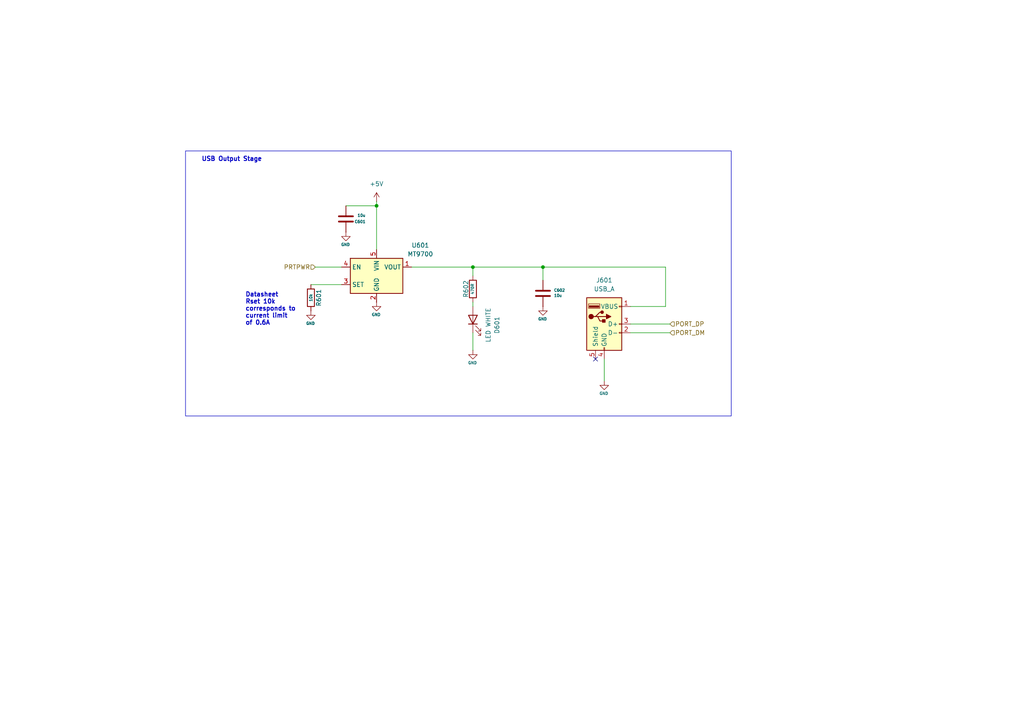
<source format=kicad_sch>
(kicad_sch (version 20231120) (generator "eeschema") (generator_version "8.0")
  (paper "A4")
  (title_block (title "Octoprobe octohub") (date "2024-05-22") (rev "0.1") (company "Hans Märki, Märki Informatik") (comment 1 "The MIT License (MIT)"))
  (lib_symbols
    (symbol "00_project_library:C" (pin_numbers hide) (pin_names (offset 0.254))
      (property "Reference" "C" (at 0.635 2.54 0))
      (property "Value" "C" (at 0.635 -2.54 0))
      (symbol "C_0_1"
        (polyline (pts (xy -2.032 -0.762) (xy 2.032 -0.762)) (stroke (width 0.508)))
        (polyline (pts (xy -2.032 0.762) (xy 2.032 0.762)) (stroke (width 0.508)))
      )
      (symbol "C_1_1"
        (pin passive line (at 0 3.81 270) (length 2.794) (name "~") (number "1"))
        (pin passive line (at 0 -3.81 90) (length 2.794) (name "~") (number "2"))
      )
    )
    (symbol "00_project_library:LED WHITE" (pin_numbers hide) (pin_names (offset 1.016) hide)
      (property "Reference" "D" (at 0 2.54 0))
      (property "Value" "LED WHITE" (at 0 -2.54 0))
      (symbol "LED WHITE_0_1"
        (polyline (pts (xy -1.27 -1.27) (xy -1.27 1.27)) (stroke (width 0.254)))
        (polyline (pts (xy -1.27 0) (xy 1.27 0)))
        (polyline (pts (xy 1.27 -1.27) (xy 1.27 1.27) (xy -1.27 0) (xy 1.27 -1.27)) (stroke (width 0.254)))
        (polyline (pts (xy -3.048 -0.762) (xy -4.572 -2.286) (xy -3.81 -2.286) (xy -4.572 -2.286) (xy -4.572 -1.524)))
        (polyline (pts (xy -1.778 -0.762) (xy -3.302 -2.286) (xy -2.54 -2.286) (xy -3.302 -2.286) (xy -3.302 -1.524)))
      )
      (symbol "LED WHITE_1_1"
        (pin passive line (at -3.81 0 0) (length 2.54) (name "K") (number "1"))
        (pin passive line (at 3.81 0 180) (length 2.54) (name "A") (number "2"))
      )
    )
    (symbol "00_project_library:MT9700"
      (property "Reference" "U" (at -7.62 6.35 0))
      (property "Value" "MT9700" (at 1.27 6.35 0))
      (symbol "MT9700_0_1"
        (rectangle (start -7.62 5.08) (end 7.62 -5.08) (stroke (width 0.254)) (fill (type background)))
      )
      (symbol "MT9700_1_1"
        (pin power_out line (at 10.16 2.54 180) (length 2.54) (name "VOUT") (number "1"))
        (pin power_in line (at 0 -7.62 90) (length 2.54) (name "GND") (number "2"))
        (pin input line (at -10.16 -2.54 0) (length 2.54) (name "SET") (number "3"))
        (pin input line (at -10.16 2.54 0) (length 2.54) (name "EN") (number "4"))
        (pin power_in line (at 0 7.62 270) (length 2.54) (name "VIN") (number "5"))
      )
    )
    (symbol "Connector:USB_A" (pin_names (offset 1.016))
      (property "Reference" "J" (at -5.08 11.43 0))
      (property "Value" "USB_A" (at -5.08 8.89 0))
      (symbol "USB_A_0_1"
        (rectangle (start -5.08 -7.62) (end 5.08 7.62) (stroke (width 0.254)) (fill (type background)))
        (circle (center -3.81 2.159) (radius 0.635) (stroke (width 0.254)) (fill (type outline)))
        (rectangle (start -1.524 4.826) (end -4.318 5.334) (fill (type outline)))
        (rectangle (start -1.27 4.572) (end -4.572 5.842))
        (circle (center -0.635 3.429) (radius 0.381) (stroke (width 0.254)) (fill (type outline)))
        (rectangle (start -0.127 -7.62) (end 0.127 -6.858))
        (polyline (pts (xy -3.175 2.159) (xy -2.54 2.159) (xy -1.27 3.429) (xy -0.635 3.429)) (stroke (width 0.254)))
        (polyline (pts (xy -2.54 2.159) (xy -1.905 2.159) (xy -1.27 0.889) (xy 0 0.889)) (stroke (width 0.254)))
        (polyline (pts (xy 0.635 2.794) (xy 0.635 1.524) (xy 1.905 2.159) (xy 0.635 2.794)) (stroke (width 0.254)) (fill (type outline)))
        (rectangle (start 0.254 1.27) (end -0.508 0.508) (stroke (width 0.254)) (fill (type outline)))
        (rectangle (start 5.08 -2.667) (end 4.318 -2.413))
        (rectangle (start 5.08 -0.127) (end 4.318 0.127))
        (rectangle (start 5.08 4.953) (end 4.318 5.207))
      )
      (symbol "USB_A_1_1"
        (polyline (pts (xy -1.905 2.159) (xy 0.635 2.159)) (stroke (width 0.254)))
        (pin power_in line (at 7.62 5.08 180) (length 2.54) (name "VBUS") (number "1"))
        (pin bidirectional line (at 7.62 -2.54 180) (length 2.54) (name "D-") (number "2"))
        (pin bidirectional line (at 7.62 0 180) (length 2.54) (name "D+") (number "3"))
        (pin power_in line (at 0 -10.16 90) (length 2.54) (name "GND") (number "4"))
        (pin passive line (at -2.54 -10.16 90) (length 2.54) (name "Shield") (number "5"))
      )
    )
    (symbol "Device:R" (pin_numbers hide) (pin_names (offset 0))
      (property "Reference" "R" (at 2.032 0 90))
      (property "Value" "R" (at 0 0 90))
      (symbol "R_0_1"
        (rectangle (start -1.016 -2.54) (end 1.016 2.54) (stroke (width 0.254)))
      )
      (symbol "R_1_1"
        (pin passive line (at 0 3.81 270) (length 1.27) (name "~") (number "1"))
        (pin passive line (at 0 -3.81 90) (length 1.27) (name "~") (number "2"))
      )
    )
    (symbol "power:+5V" (power) (pin_numbers hide) (pin_names (offset 0) hide)
      (property "Value" "+5V" (at 0 3.556 0))
      (symbol "+5V_0_1"
        (polyline (pts (xy -0.762 1.27) (xy 0 2.54)))
        (polyline (pts (xy 0 0) (xy 0 2.54)))
        (polyline (pts (xy 0 2.54) (xy 0.762 1.27)))
      )
      (symbol "+5V_1_1"
        (pin power_in line (at 0 0 90) (length 0) (name "~") (number "1"))
      )
    )
    (symbol "power:GND" (power) (pin_numbers hide) (pin_names (offset 0) hide)
      (property "Value" "GND" (at 0 -3.81 0))
      (symbol "GND_0_1"
        (polyline (pts (xy 0 0) (xy 0 -1.27) (xy 1.27 -1.27) (xy 0 -2.54) (xy -1.27 -1.27) (xy 0 -1.27)))
      )
      (symbol "GND_1_1"
        (pin power_in line (at 0 0 270) (length 0) (name "~") (number "1"))
      )
    )
  )
  (junction (at 137.16 77.47))
  (junction (at 157.48 77.47))
  (junction (at 109.22 59.69))
  (no_connect (at 172.72 104.14))
  (wire (pts (xy 157.48 81.28) (xy 157.48 77.47)))
  (wire (pts (xy 157.48 77.47) (xy 193.04 77.47)))
  (wire (pts (xy 182.88 93.98) (xy 194.31 93.98)))
  (wire (pts (xy 91.44 77.47) (xy 99.06 77.47)))
  (wire (pts (xy 175.26 110.49) (xy 175.26 104.14)))
  (wire (pts (xy 109.22 59.69) (xy 109.22 72.39)))
  (wire (pts (xy 137.16 77.47) (xy 157.48 77.47)))
  (wire (pts (xy 193.04 77.47) (xy 193.04 88.9)))
  (wire (pts (xy 90.17 82.55) (xy 99.06 82.55)))
  (wire (pts (xy 193.04 88.9) (xy 182.88 88.9)))
  (wire (pts (xy 119.38 77.47) (xy 137.16 77.47)))
  (wire (pts (xy 137.16 88.9) (xy 137.16 87.63)))
  (wire (pts (xy 109.22 58.42) (xy 109.22 59.69)))
  (wire (pts (xy 100.33 59.69) (xy 109.22 59.69)))
  (wire (pts (xy 182.88 96.52) (xy 194.31 96.52)))
  (wire (pts (xy 137.16 101.6) (xy 137.16 96.52)))
  (wire (pts (xy 137.16 77.47) (xy 137.16 80.01)))
  (rectangle (start 53.8105 43.777) (end 212.09 120.65))
  (text "USB Output Stage" (at 58.42 46.99 0) (effects (font (size 1.27 1.27) (thickness 0.254) (bold yes)) (justify left bottom)))
  (text "Datasheet\nRset 10k\ncorresponds to\ncurrent limit\nof 0.6A" (at 71.12 94.488 0) (effects (font (size 1.27 1.27) (thickness 0.254) (bold yes)) (justify left bottom)))
  (hierarchical_label "PORT_DM" (shape input) (at 194.31 96.52 0))
  (hierarchical_label "PORT_DP" (shape input) (at 194.31 93.98 0))
  (hierarchical_label "PRTPWR" (shape input) (at 91.44 77.47 180))
  (symbol (lib_id "00_project_library:LED WHITE") (at 137.16 92.71 90) (unit 1)
    (property "Reference" "D601" (at 144.145 94.2975 0))
    (property "Value" "LED WHITE" (at 141.605 94.2975 0))
    (property "Footprint" "00_project_library:LED_0603_1608Metric" (effects (hide yes)))
    (property "JLC" "C2290" (effects (hide yes)))
    (instances (project "pcb_octohub" (path "" (reference "D601") (unit 1)) (path "" (reference "D501") (unit 1)) (path "" (reference "D701") (unit 1)) (path "" (reference "D801") (unit 1)) (path "" (reference "D1101") (unit 1)) (path "" (reference "D1201") (unit 1)) (path "" (reference "D1301") (unit 1)) (path "" (reference "D1401") (unit 1)) (path "" (reference "D1701") (unit 1)) (path "" (reference "D1801") (unit 1)) (path "" (reference "D1901") (unit 1)) (path "" (reference "D2001") (unit 1)) (path "" (reference "D2301") (unit 1)) (path "" (reference "D2401") (unit 1)) (path "" (reference "D2501") (unit 1)) (path "" (reference "D2601") (unit 1))))
  )
  (symbol (lib_id "power:GND") (at 175.26 110.49 0) (unit 1)
    (property "Reference" "#PWR0607" (effects (hide yes)))
    (property "Value" "GND" (at 175.133 114.1222 0) (effects (font (size 0.8 0.8))))
    (property "Description" "Power symbol creates a global label with name \"GND\" , ground" (effects (hide yes)))
    (instances (project "pcb_octohub" (path "" (reference "#PWR0607") (unit 1)) (path "" (reference "#PWR0507") (unit 1)) (path "" (reference "#PWR0707") (unit 1)) (path "" (reference "#PWR0807") (unit 1)) (path "" (reference "#PWR01107") (unit 1)) (path "" (reference "#PWR01207") (unit 1)) (path "" (reference "#PWR01307") (unit 1)) (path "" (reference "#PWR01407") (unit 1)) (path "" (reference "#PWR01707") (unit 1)) (path "" (reference "#PWR01807") (unit 1)) (path "" (reference "#PWR01907") (unit 1)) (path "" (reference "#PWR02007") (unit 1)) (path "" (reference "#PWR02307") (unit 1)) (path "" (reference "#PWR02407") (unit 1)) (path "" (reference "#PWR02507") (unit 1)) (path "" (reference "#PWR02607") (unit 1))))
  )
  (symbol (lib_id "Connector:USB_A") (at 175.26 93.98 0) (unit 1)
    (property "Reference" "J601" (at 175.26 81.28 0))
    (property "Value" "USB_A" (at 175.26 83.82 0))
    (property "Footprint" "Connector_USB:USB_A_Molex_105057_Vertical" (effects (hide yes)))
    (property "Datasheet" "https://wmsc.lcsc.com/wmsc/upload/file/pdf/v2/lcsc/2401171543_SHOU-HAN-AF-180-ZJB13-7_C456015.pdf" (effects (hide yes)))
    (property "Description" "USB Type A connector" (effects (hide yes)))
    (property "JLC" "C456015" (effects (hide yes)))
    (instances (project "pcb_octohub" (path "" (reference "J601") (unit 1)) (path "" (reference "J501") (unit 1)) (path "" (reference "J701") (unit 1)) (path "" (reference "J801") (unit 1)) (path "" (reference "J1101") (unit 1)) (path "" (reference "J1201") (unit 1)) (path "" (reference "J1301") (unit 1)) (path "" (reference "J1401") (unit 1)) (path "" (reference "J1701") (unit 1)) (path "" (reference "J1801") (unit 1)) (path "" (reference "J1901") (unit 1)) (path "" (reference "J2001") (unit 1)) (path "" (reference "J2301") (unit 1)) (path "" (reference "J2401") (unit 1)) (path "" (reference "J2501") (unit 1)) (path "" (reference "J2601") (unit 1))))
  )
  (symbol (lib_id "power:GND") (at 90.17 90.17 0) (unit 1)
    (property "Reference" "#PWR0601" (effects (hide yes)))
    (property "Value" "GND" (at 90.043 93.8022 0) (effects (font (size 0.8 0.8))))
    (property "Description" "Power symbol creates a global label with name \"GND\" , ground" (effects (hide yes)))
    (instances (project "pcb_octohub" (path "" (reference "#PWR0601") (unit 1)) (path "" (reference "#PWR0501") (unit 1)) (path "" (reference "#PWR0701") (unit 1)) (path "" (reference "#PWR0801") (unit 1)) (path "" (reference "#PWR01101") (unit 1)) (path "" (reference "#PWR01201") (unit 1)) (path "" (reference "#PWR01301") (unit 1)) (path "" (reference "#PWR01401") (unit 1)) (path "" (reference "#PWR01701") (unit 1)) (path "" (reference "#PWR01801") (unit 1)) (path "" (reference "#PWR01901") (unit 1)) (path "" (reference "#PWR02001") (unit 1)) (path "" (reference "#PWR02301") (unit 1)) (path "" (reference "#PWR02401") (unit 1)) (path "" (reference "#PWR02501") (unit 1)) (path "" (reference "#PWR02601") (unit 1))))
  )
  (symbol (lib_id "00_project_library:C") (at 100.33 63.5 180) (unit 1)
    (property "Reference" "C601" (at 106.045 64.2874 0) (effects (font (size 0.8 0.8)) (justify left)))
    (property "Value" "10u" (at 106.045 62.484 0) (effects (font (size 0.8 0.8)) (justify left)))
    (property "Footprint" "Capacitor_SMD:C_0603_1608Metric" (effects (hide yes)))
    (instances (project "pcb_octohub" (path "" (reference "C601") (unit 1)) (path "" (reference "C501") (unit 1)) (path "" (reference "C701") (unit 1)) (path "" (reference "C801") (unit 1)) (path "" (reference "C1101") (unit 1)) (path "" (reference "C1201") (unit 1)) (path "" (reference "C1301") (unit 1)) (path "" (reference "C1401") (unit 1)) (path "" (reference "C1701") (unit 1)) (path "" (reference "C1801") (unit 1)) (path "" (reference "C1901") (unit 1)) (path "" (reference "C2001") (unit 1)) (path "" (reference "C2301") (unit 1)) (path "" (reference "C2401") (unit 1)) (path "" (reference "C2501") (unit 1)) (path "" (reference "C2601") (unit 1))))
  )
  (symbol (lib_id "00_project_library:MT9700") (at 109.22 80.01 0) (unit 1)
    (property "Reference" "U601" (at 121.92 71.1514 0))
    (property "Value" "MT9700" (at 121.92 73.6914 0))
    (property "Footprint" "Package_TO_SOT_SMD:SOT-23-5" (effects (hide yes)))
    (property "Datasheet" "https://wmsc.lcsc.com/wmsc/upload/file/pdf/v2/lcsc/1809291208_XI-AN-Aerosemi-Tech-MT9700_C89855.pdf" (effects (hide yes)))
    (property "Description" "80mΩ, Adjustable Fast Response Current-Limited Power-Distribution Switch, SOT-23-5" (effects (hide yes)))
    (property "JLC" "C89855" (effects (hide yes)))
    (instances (project "pcb_octohub" (path "" (reference "U601") (unit 1)) (path "" (reference "U501") (unit 1)) (path "" (reference "U701") (unit 1)) (path "" (reference "U801") (unit 1)) (path "" (reference "U1101") (unit 1)) (path "" (reference "U1201") (unit 1)) (path "" (reference "U1301") (unit 1)) (path "" (reference "U1401") (unit 1)) (path "" (reference "U1701") (unit 1)) (path "" (reference "U1801") (unit 1)) (path "" (reference "U1901") (unit 1)) (path "" (reference "U2001") (unit 1)) (path "" (reference "U2301") (unit 1)) (path "" (reference "U2401") (unit 1)) (path "" (reference "U2501") (unit 1)) (path "" (reference "U2601") (unit 1))))
  )
  (symbol (lib_id "Device:R") (at 137.16 83.82 180) (unit 1)
    (property "Reference" "R602" (at 135.128 83.82 90))
    (property "Value" "470R" (at 137.0584 83.82 90) (effects (font (size 0.8 0.8))))
    (property "Footprint" "Resistor_SMD:R_0402_1005Metric_Pad0.72x0.64mm_HandSolder" (effects (hide yes)))
    (instances (project "pcb_octohub" (path "" (reference "R602") (unit 1)) (path "" (reference "R502") (unit 1)) (path "" (reference "R702") (unit 1)) (path "" (reference "R802") (unit 1)) (path "" (reference "R1102") (unit 1)) (path "" (reference "R1202") (unit 1)) (path "" (reference "R1302") (unit 1)) (path "" (reference "R1402") (unit 1)) (path "" (reference "R1702") (unit 1)) (path "" (reference "R1802") (unit 1)) (path "" (reference "R1902") (unit 1)) (path "" (reference "R2002") (unit 1)) (path "" (reference "R2302") (unit 1)) (path "" (reference "R2402") (unit 1)) (path "" (reference "R2502") (unit 1)) (path "" (reference "R2602") (unit 1))))
  )
  (symbol (lib_id "power:+5V") (at 109.22 58.42 0) (unit 1)
    (property "Reference" "#PWR0603" (effects (hide yes)))
    (property "Value" "+5V" (at 109.22 53.34 0))
    (property "Description" "Power symbol creates a global label with name \"+5V\"" (effects (hide yes)))
    (instances (project "pcb_octohub" (path "" (reference "#PWR0603") (unit 1)) (path "" (reference "#PWR0503") (unit 1)) (path "" (reference "#PWR0703") (unit 1)) (path "" (reference "#PWR0803") (unit 1)) (path "" (reference "#PWR01103") (unit 1)) (path "" (reference "#PWR01203") (unit 1)) (path "" (reference "#PWR01303") (unit 1)) (path "" (reference "#PWR01403") (unit 1)) (path "" (reference "#PWR01703") (unit 1)) (path "" (reference "#PWR01803") (unit 1)) (path "" (reference "#PWR01903") (unit 1)) (path "" (reference "#PWR02003") (unit 1)) (path "" (reference "#PWR02303") (unit 1)) (path "" (reference "#PWR02403") (unit 1)) (path "" (reference "#PWR02503") (unit 1)) (path "" (reference "#PWR02603") (unit 1))))
  )
  (symbol (lib_id "power:GND") (at 109.22 87.63 0) (unit 1)
    (property "Reference" "#PWR0604" (effects (hide yes)))
    (property "Value" "GND" (at 109.093 91.2622 0) (effects (font (size 0.8 0.8))))
    (property "Description" "Power symbol creates a global label with name \"GND\" , ground" (effects (hide yes)))
    (instances (project "pcb_octohub" (path "" (reference "#PWR0604") (unit 1)) (path "" (reference "#PWR0504") (unit 1)) (path "" (reference "#PWR0704") (unit 1)) (path "" (reference "#PWR0804") (unit 1)) (path "" (reference "#PWR01104") (unit 1)) (path "" (reference "#PWR01204") (unit 1)) (path "" (reference "#PWR01304") (unit 1)) (path "" (reference "#PWR01404") (unit 1)) (path "" (reference "#PWR01704") (unit 1)) (path "" (reference "#PWR01804") (unit 1)) (path "" (reference "#PWR01904") (unit 1)) (path "" (reference "#PWR02004") (unit 1)) (path "" (reference "#PWR02304") (unit 1)) (path "" (reference "#PWR02404") (unit 1)) (path "" (reference "#PWR02504") (unit 1)) (path "" (reference "#PWR02604") (unit 1))))
  )
  (symbol (lib_id "power:GND") (at 100.33 67.31 0) (unit 1)
    (property "Reference" "#PWR0602" (effects (hide yes)))
    (property "Value" "GND" (at 100.203 70.9422 0) (effects (font (size 0.8 0.8))))
    (property "Description" "Power symbol creates a global label with name \"GND\" , ground" (effects (hide yes)))
    (instances (project "pcb_octohub" (path "" (reference "#PWR0602") (unit 1)) (path "" (reference "#PWR0502") (unit 1)) (path "" (reference "#PWR0702") (unit 1)) (path "" (reference "#PWR0802") (unit 1)) (path "" (reference "#PWR01102") (unit 1)) (path "" (reference "#PWR01202") (unit 1)) (path "" (reference "#PWR01302") (unit 1)) (path "" (reference "#PWR01402") (unit 1)) (path "" (reference "#PWR01702") (unit 1)) (path "" (reference "#PWR01802") (unit 1)) (path "" (reference "#PWR01902") (unit 1)) (path "" (reference "#PWR02002") (unit 1)) (path "" (reference "#PWR02302") (unit 1)) (path "" (reference "#PWR02402") (unit 1)) (path "" (reference "#PWR02502") (unit 1)) (path "" (reference "#PWR02602") (unit 1))))
  )
  (symbol (lib_id "power:GND") (at 157.48 88.9 0) (unit 1)
    (property "Reference" "#PWR0606" (effects (hide yes)))
    (property "Value" "GND" (at 157.353 92.5322 0) (effects (font (size 0.8 0.8))))
    (property "Description" "Power symbol creates a global label with name \"GND\" , ground" (effects (hide yes)))
    (instances (project "pcb_octohub" (path "" (reference "#PWR0606") (unit 1)) (path "" (reference "#PWR0506") (unit 1)) (path "" (reference "#PWR0706") (unit 1)) (path "" (reference "#PWR0806") (unit 1)) (path "" (reference "#PWR01106") (unit 1)) (path "" (reference "#PWR01206") (unit 1)) (path "" (reference "#PWR01306") (unit 1)) (path "" (reference "#PWR01406") (unit 1)) (path "" (reference "#PWR01706") (unit 1)) (path "" (reference "#PWR01806") (unit 1)) (path "" (reference "#PWR01906") (unit 1)) (path "" (reference "#PWR02006") (unit 1)) (path "" (reference "#PWR02306") (unit 1)) (path "" (reference "#PWR02406") (unit 1)) (path "" (reference "#PWR02506") (unit 1)) (path "" (reference "#PWR02606") (unit 1))))
  )
  (symbol (lib_id "Device:R") (at 90.17 86.36 180) (unit 1)
    (property "Reference" "R601" (at 92.456 86.36 90))
    (property "Value" "10k" (at 90.17 86.36 90) (effects (font (size 0.8 0.8))))
    (property "Footprint" "Resistor_SMD:R_0402_1005Metric_Pad0.72x0.64mm_HandSolder" (effects (hide yes)))
    (instances (project "pcb_octohub" (path "" (reference "R601") (unit 1)) (path "" (reference "R501") (unit 1)) (path "" (reference "R701") (unit 1)) (path "" (reference "R801") (unit 1)) (path "" (reference "R1101") (unit 1)) (path "" (reference "R1201") (unit 1)) (path "" (reference "R1301") (unit 1)) (path "" (reference "R1401") (unit 1)) (path "" (reference "R1701") (unit 1)) (path "" (reference "R1801") (unit 1)) (path "" (reference "R1901") (unit 1)) (path "" (reference "R2001") (unit 1)) (path "" (reference "R2301") (unit 1)) (path "" (reference "R2401") (unit 1)) (path "" (reference "R2501") (unit 1)) (path "" (reference "R2601") (unit 1))))
  )
  (symbol (lib_id "power:GND") (at 137.16 101.6 0) (unit 1)
    (property "Reference" "#PWR0605" (effects (hide yes)))
    (property "Value" "GND" (at 137.033 105.2322 0) (effects (font (size 0.8 0.8))))
    (property "Description" "Power symbol creates a global label with name \"GND\" , ground" (effects (hide yes)))
    (instances (project "pcb_octohub" (path "" (reference "#PWR0605") (unit 1)) (path "" (reference "#PWR0505") (unit 1)) (path "" (reference "#PWR0705") (unit 1)) (path "" (reference "#PWR0805") (unit 1)) (path "" (reference "#PWR01105") (unit 1)) (path "" (reference "#PWR01205") (unit 1)) (path "" (reference "#PWR01305") (unit 1)) (path "" (reference "#PWR01405") (unit 1)) (path "" (reference "#PWR01705") (unit 1)) (path "" (reference "#PWR01805") (unit 1)) (path "" (reference "#PWR01905") (unit 1)) (path "" (reference "#PWR02005") (unit 1)) (path "" (reference "#PWR02305") (unit 1)) (path "" (reference "#PWR02405") (unit 1)) (path "" (reference "#PWR02505") (unit 1)) (path "" (reference "#PWR02605") (unit 1))))
  )
  (symbol (lib_id "00_project_library:C") (at 157.48 85.09 0) (unit 1)
    (property "Reference" "C602" (at 160.655 84.1756 0) (effects (font (size 0.8 0.8)) (justify left)))
    (property "Value" "10u" (at 160.655 85.725 0) (effects (font (size 0.8 0.8)) (justify left)))
    (property "Footprint" "Capacitor_SMD:C_0603_1608Metric" (effects (hide yes)))
    (instances (project "pcb_octohub" (path "" (reference "C602") (unit 1)) (path "" (reference "C502") (unit 1)) (path "" (reference "C702") (unit 1)) (path "" (reference "C802") (unit 1)) (path "" (reference "C1102") (unit 1)) (path "" (reference "C1202") (unit 1)) (path "" (reference "C1302") (unit 1)) (path "" (reference "C1402") (unit 1)) (path "" (reference "C1702") (unit 1)) (path "" (reference "C1802") (unit 1)) (path "" (reference "C1902") (unit 1)) (path "" (reference "C2002") (unit 1)) (path "" (reference "C2302") (unit 1)) (path "" (reference "C2402") (unit 1)) (path "" (reference "C2502") (unit 1)) (path "" (reference "C2602") (unit 1))))
  )
)
</source>
